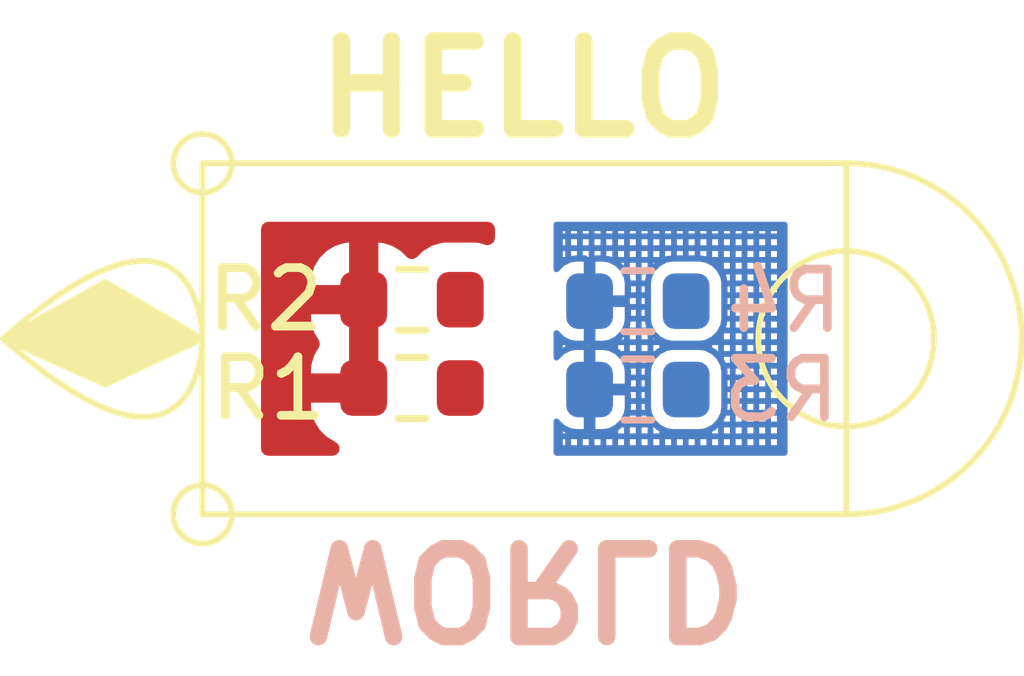
<source format=kicad_pcb>
(kicad_pcb (version 20241229) (generator "pcbnew") (generator_version "9.0")
  (layers (0 "F.Cu" signal) (2 "B.Cu" signal) (13 "F.Paste" user) (15 "B.Paste" user) (5 "F.SilkS" user "F.Silkscreen") (7 "B.SilkS" user "B.Silkscreen") (1 "F.Mask" user) (3 "B.Mask" user) (25 "Edge.Cuts" user))
  (net 0 "")
  (net 1 "P1")
  (net 2 "P2")
  (footprint "R_0603_1608Metric:R_0603_1608Metric" (layer "F.Cu") (at 172.2406 88.8018)
    (property "Reference" "R2" (at -2.5008 -0.0034 0) (layer "F.SilkS"))
    (property "Value" "1k" (hide yes))
    (fp_line (start -0.237258 -0.5225) (end 0.237258 -0.5225) (stroke (width 0.12)) (layer "F.SilkS"))
    (fp_line (start -0.237258 0.5225) (end 0.237258 0.5225) (stroke (width 0.12)) (layer "F.SilkS"))
    (pad "1" smd roundrect (at -0.825 0) (size 0.8 0.95) (layers "F.Cu" "F.Mask" "F.Paste") (net 1 "P1"))
    (pad "2" smd roundrect (at 0.825 0) (size 0.8 0.95) (layers "F.Cu" "F.Mask" "F.Paste") (net 2 "P2"))
  )
  (footprint "R_0603_1608Metric:R_0603_1608Metric" (layer "F.Cu") (at 172.2406 90.3118)
    (property "Reference" "R1" (at -2.45 0.0106 0) (layer "F.SilkS"))
    (property "Value" "1k" (hide yes))
    (fp_line (start -0.237258 -0.5225) (end 0.237258 -0.5225) (stroke (width 0.12)) (layer "F.SilkS"))
    (fp_line (start -0.237258 0.5225) (end 0.237258 0.5225) (stroke (width 0.12)) (layer "F.SilkS"))
    (pad "1" smd roundrect (at -0.825 0) (size 0.8 0.95) (layers "F.Cu" "F.Mask" "F.Paste") (net 1 "P1"))
    (pad "2" smd roundrect (at 0.825 0) (size 0.8 0.95) (layers "F.Cu" "F.Mask" "F.Paste") (net 2 "P2"))
  )
  (footprint "R_0603_1608Metric:R_0603_1608Metric" (layer "B.Cu") (at 176.1014 90.3372 180)
    (property "Reference" "R3" (at -2.45 -0.0106 0) (layer "B.SilkS") (effects (justify mirror)))
    (property "Value" "1k" (hide yes))
    (fp_line (start -0.237258 0.5225) (end 0.237258 0.5225) (stroke (width 0.12)) (layer "B.SilkS"))
    (fp_line (start -0.237258 -0.5225) (end 0.237258 -0.5225) (stroke (width 0.12)) (layer "B.SilkS"))
    (pad "1" smd roundrect (at -0.825 0 180) (size 0.8 0.95) (layers "B.Cu" "B.Mask" "B.Paste") (net 1 "P1"))
    (pad "2" smd roundrect (at 0.825 0 180) (size 0.8 0.95) (layers "B.Cu" "B.Mask" "B.Paste") (net 2 "P2"))
  )
  (footprint "R_0603_1608Metric:R_0603_1608Metric" (layer "B.Cu") (at 176.101401 88.827199 180)
    (property "Reference" "R4" (at -2.5008 0.0034 0) (layer "B.SilkS") (effects (justify mirror)))
    (property "Value" "1k" (hide yes))
    (fp_line (start -0.237258 0.5225) (end 0.237258 0.5225) (stroke (width 0.12)) (layer "B.SilkS"))
    (fp_line (start -0.237258 -0.5225) (end 0.237258 -0.5225) (stroke (width 0.12)) (layer "B.SilkS"))
    (pad "1" smd roundrect (at -0.825 0 180) (size 0.8 0.95) (layers "B.Cu" "B.Mask" "B.Paste") (net 1 "P1"))
    (pad "2" smd roundrect (at 0.825 0 180) (size 0.8 0.95) (layers "B.Cu" "B.Mask" "B.Paste") (net 2 "P2"))
  )
  (gr_curve (pts (xy 165.25 89.47) (xy 168.66 92.47) (xy 168.66 89.47) (xy 168.66 89.47)) (stroke (width 0.1)) (layer "F.SilkS"))
  (gr_circle (center 168.66 86.47) (end 169.16 86.47) (stroke (width 0.1)) (fill no) (layer "F.SilkS"))
  (gr_curve (pts (xy 165.25 89.47) (xy 168.66 86.47) (xy 168.66 89.47) (xy 168.66 89.47)) (stroke (width 0.1)) (layer "F.SilkS"))
  (gr_arc (start 179.66 86.47) (mid 182.66 89.47) (end 179.66 92.47) (stroke (width 0.1)) (layer "F.SilkS"))
  (gr_poly (pts (xy 168.66 89.47) (xy 167 88.5) (xy 165.25 89.47) (xy 167 90.25)) (stroke (width 0.1)) (fill yes) (layer "F.SilkS"))
  (gr_circle (center 179.66 89.47) (end 181.16 89.47) (stroke (width 0.1)) (fill no) (layer "F.SilkS"))
  (gr_circle (center 168.66 92.47) (end 169.16 92.47) (stroke (width 0.1)) (fill no) (layer "F.SilkS"))
  (gr_rect (start 168.66 86.47) (end 179.66 92.47) (stroke (width 0.1)) (fill no) (layer "F.SilkS"))
  (gr_text "HELLO" (at 170.48 86.08 0) (layer "F.SilkS") (effects (font (size 1.5 1.5) (thickness 0.3) (bold yes)) (justify left bottom)))
  (gr_text "WORLD" (at 170.23 92.86 180) (layer "B.SilkS") (effects (font (size 1.5 1.5) (thickness 0.3) (bold yes)) (justify left bottom mirror)))
  (zone (net 1) (net_name "P1") (layer "F.Cu") (connect_pads (clearance 0.5)) (min_thickness 0.25) (fill yes (thermal_gap 0.5) (thermal_bridge_width 0.5))
    (polygon (pts (xy 169.66 87.47) (xy 173.66 87.47) (xy 173.66 91.47) (xy 169.66 91.47)))
  )
  (zone (net 2) (net_name "P2") (layer "B.Cu") (priority 1) (connect_pads (clearance 0.1)) (min_thickness 0.1) (fill yes (mode hatch) (thermal_gap 0.2) (thermal_bridge_width 0.2) (hatch_thickness 0.1) (hatch_gap 0.1) (hatch_orientation 0) (hatch_border_algorithm hatch_thickness) (hatch_min_hole_area 0.3))
    (polygon (pts (xy 174.66 87.47) (xy 178.66 87.47) (xy 178.66 91.47) (xy 174.66 91.47)))
  )
)
</source>
